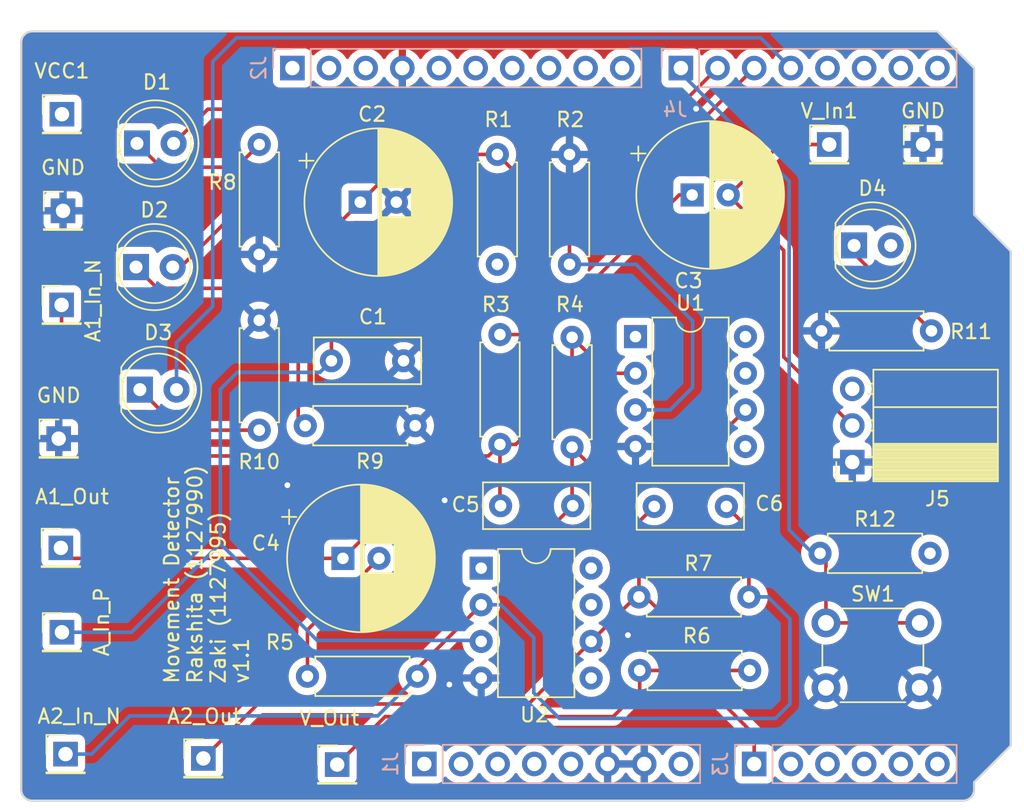
<source format=kicad_pcb>
(kicad_pcb (version 20240108) (generator "pcbnew") (generator_version "8.0")
  (title_block (title "Movement Detector") (date "2024-05-05") (rev "v1.1") (company "Hochschule Darmstadt"))
  (layers (0 "F.Cu" signal) (1 "In1.Cu" power "GND") (2 "In2.Cu" power "VCC") (31 "B.Cu" signal) (34 "B.Paste" user) (35 "F.Paste" user) (36 "B.SilkS" user "B.Silkscreen") (37 "F.SilkS" user "F.Silkscreen") (38 "B.Mask" user) (39 "F.Mask" user) (44 "Edge.Cuts" user))
  (net 0 "")
  (net 1 "GND")
  (net 3 "/IOREF")
  (net 4 "/A1")
  (net 5 "/A2")
  (net 6 "/A3")
  (net 7 "/SDA{slash}A4")
  (net 8 "/SCL{slash}A5")
  (net 9 "/13")
  (net 10 "/12")
  (net 11 "/AREF")
  (net 12 "/8")
  (net 13 "/*11")
  (net 14 "/*10")
  (net 15 "/*9")
  (net 16 "/2")
  (net 17 "/TX{slash}1")
  (net 18 "/RX{slash}0")
  (net 19 "VCC")
  (net 20 "/~{RESET}")
  (net 21 "Red")
  (net 22 "Orange")
  (net 23 "Green")
  (net 28 "Vout")
  (net 29 "Push Button")
  (net 31 "Net-(U1-+)")
  (net 32 "Vin")
  (net 33 "Net-(C3-Pad1)")
  (net 34 "Net-(C4-Pad2)")
  (net 35 "Net-(U1--)")
  (net 36 "Net-(A2_Out1-Pad1)")
  (net 37 "Net-(U2--)")
  (net 38 "Net-(D1-K)")
  (net 39 "Net-(D2-K)")
  (net 40 "Net-(D3-K)")
  (net 41 "Net-(D4-K)")
  (net 48 "Net-(A1_Out1-Pad1)")
  (footprint "Package_DIP:DIP-8_W7.62mm" (layer "F.Cu") (at 142.575 67.825)
    (property "Reference" "U1" (at 3.81 -2.33 0) (layer "F.SilkS"))
    (property "Value" "OPA340P")
    (pad "1" thru_hole rect (at 0 0) (size 1.6 1.6) (drill 0.8) (layers "*.Cu" "*.Mask"))
    (pad "2" thru_hole oval (at 0 2.54) (size 1.6 1.6) (drill 0.8) (layers "*.Cu" "*.Mask") (net 35 "Net-(U1--)"))
    (pad "3" thru_hole oval (at 0 5.08) (size 1.6 1.6) (drill 0.8) (layers "*.Cu" "*.Mask") (net 31 "Net-(U1-+)"))
    (pad "4" thru_hole oval (at 0 7.62) (size 1.6 1.6) (drill 0.8) (layers "*.Cu" "*.Mask") (net 1 "GND"))
    (pad "5" thru_hole oval (at 7.62 7.62) (size 1.6 1.6) (drill 0.8) (layers "*.Cu" "*.Mask"))
    (pad "6" thru_hole oval (at 7.62 5.08) (size 1.6 1.6) (drill 0.8) (layers "*.Cu" "*.Mask") (net 48 "Net-(A1_Out1-Pad1)"))
    (pad "7" thru_hole oval (at 7.62 2.54) (size 1.6 1.6) (drill 0.8) (layers "*.Cu" "*.Mask") (net 19 "VCC"))
    (pad "8" thru_hole oval (at 7.62 0) (size 1.6 1.6) (drill 0.8) (layers "*.Cu" "*.Mask"))
  )
  (footprint "Capacitor_THT:CP_Radial_D10.0mm_P2.50mm" (layer "F.Cu") (at 123.5 58.5)
    (property "Reference" "C2" (at 0.825 -6.1 0) (layer "F.SilkS"))
    (property "Value" "22u")
    (pad "1" thru_hole rect (at 0 0) (size 1.6 1.6) (drill 0.8) (layers "*.Cu" "*.Mask") (net 31 "Net-(U1-+)"))
    (pad "2" thru_hole circle (at 2.5 0) (size 1.6 1.6) (drill 0.8) (layers "*.Cu" "*.Mask") (net 1 "GND"))
  )
  (footprint "Connector_PinHeader_2.54mm:PinHeader_1x01_P2.54mm_Vertical" (layer "F.Cu") (at 102.825 52.4)
    (property "Reference" "VCC1" (at 0 -3 0) (layer "F.SilkS"))
    (property "Value" "VCC")
    (pad "1" thru_hole rect (at 0 0) (size 1.7 1.7) (drill 1) (layers "*.Cu" "*.Mask") (net 19 "VCC"))
  )
  (footprint "Resistor_THT:R_Axial_DIN0207_L6.3mm_D2.5mm_P7.62mm_Horizontal" (layer "F.Cu") (at 116.5 66.69 -90)
    (property "Reference" "R10" (at 9.81 0 180) (layer "F.SilkS"))
    (property "Value" "330")
    (pad "1" thru_hole circle (at 0 0 270) (size 1.6 1.6) (drill 0.8) (layers "*.Cu" "*.Mask") (net 1 "GND"))
    (pad "2" thru_hole oval (at 7.62 0 270) (size 1.6 1.6) (drill 0.8) (layers "*.Cu" "*.Mask") (net 40 "Net-(D3-K)"))
  )
  (footprint "LED_THT:LED_D5.0mm" (layer "F.Cu") (at 107.96 63)
    (property "Reference" "D2" (at 1.27 -3.96 0) (layer "F.SilkS"))
    (property "Value" "LED Orange")
    (pad "1" thru_hole rect (at 0 0) (size 1.8 1.8) (drill 0.9) (layers "*.Cu" "*.Mask") (net 39 "Net-(D2-K)"))
    (pad "2" thru_hole circle (at 2.54 0) (size 1.8 1.8) (drill 0.9) (layers "*.Cu" "*.Mask") (net 22 "Orange"))
  )
  (footprint "Resistor_THT:R_Axial_DIN0207_L6.3mm_D2.5mm_P7.62mm_Horizontal" (layer "F.Cu") (at 127.31 74 180)
    (property "Reference" "R9" (at 3.135 -2.475 180) (layer "F.SilkS"))
    (property "Value" "330")
    (pad "1" thru_hole circle (at 0 0 180) (size 1.6 1.6) (drill 0.8) (layers "*.Cu" "*.Mask") (net 1 "GND"))
    (pad "2" thru_hole oval (at 7.62 0 180) (size 1.6 1.6) (drill 0.8) (layers "*.Cu" "*.Mask") (net 39 "Net-(D2-K)"))
  )
  (footprint "LED_THT:LED_D5.0mm" (layer "F.Cu") (at 108.225 71.5)
    (property "Reference" "D3" (at 1.27 -3.96 0) (layer "F.SilkS"))
    (property "Value" "LED Green")
    (pad "1" thru_hole rect (at 0 0) (size 1.8 1.8) (drill 0.9) (layers "*.Cu" "*.Mask") (net 40 "Net-(D3-K)"))
    (pad "2" thru_hole circle (at 2.54 0) (size 1.8 1.8) (drill 0.9) (layers "*.Cu" "*.Mask") (net 23 "Green"))
  )
  (footprint "Connector_PinHeader_2.54mm:PinHeader_1x01_P2.54mm_Vertical" (layer "F.Cu") (at 102.825 88.325)
    (property "Reference" "A_In_P" (at 2.75 -0.725 270) (layer "F.SilkS"))
    (property "Value" "TP_A_in_P")
    (pad "1" thru_hole rect (at 0 0) (size 1.7 1.7) (drill 1) (layers "*.Cu" "*.Mask") (net 31 "Net-(U1-+)"))
  )
  (footprint "Connector_PinHeader_2.54mm:PinHeader_1x01_P2.54mm_Vertical" (layer "F.Cu") (at 102.8 65.625)
    (property "Reference" "A1_In_N" (at 2.175 -0.3 270) (layer "F.SilkS"))
    (property "Value" "TP_A_in1_N")
    (pad "1" thru_hole rect (at 0 0) (size 1.7 1.7) (drill 1) (layers "*.Cu" "*.Mask") (net 35 "Net-(U1--)"))
  )
  (footprint "Capacitor_THT:C_Rect_L7.2mm_W3.0mm_P5.00mm_FKS2_FKP2_MKS2_MKP2" (layer "F.Cu") (at 133.225 79.55)
    (property "Reference" "C5" (at -2.425 -0.075 0) (layer "F.SilkS"))
    (property "Value" "1.5n")
    (pad "1" thru_hole circle (at 0 0) (size 1.6 1.6) (drill 0.8) (layers "*.Cu" "*.Mask") (net 35 "Net-(U1--)"))
    (pad "2" thru_hole circle (at 5 0) (size 1.6 1.6) (drill 0.8) (layers "*.Cu" "*.Mask") (net 48 "Net-(A1_Out1-Pad1)"))
  )
  (footprint "Resistor_THT:R_Axial_DIN0207_L6.3mm_D2.5mm_P7.62mm_Horizontal" (layer "F.Cu") (at 133.18 67.68 -90)
    (property "Reference" "R3" (at -2.08 0.28 180) (layer "F.SilkS"))
    (property "Value" "2.2k")
    (pad "1" thru_hole circle (at 0 0 270) (size 1.6 1.6) (drill 0.8) (layers "*.Cu" "*.Mask") (net 33 "Net-(C3-Pad1)"))
    (pad "2" thru_hole oval (at 7.62 0 270) (size 1.6 1.6) (drill 0.8) (layers "*.Cu" "*.Mask") (net 35 "Net-(U1--)"))
  )
  (footprint "Resistor_THT:R_Axial_DIN0207_L6.3mm_D2.5mm_P7.62mm_Horizontal" (layer "F.Cu") (at 133 62.81 90)
    (property "Reference" "R1" (at 10.035 0.075 0) (layer "F.SilkS"))
    (property "Value" "1k")
    (pad "1" thru_hole circle (at 0 0 90) (size 1.6 1.6) (drill 0.8) (layers "*.Cu" "*.Mask") (net 19 "VCC"))
    (pad "2" thru_hole oval (at 7.62 0 90) (size 1.6 1.6) (drill 0.8) (layers "*.Cu" "*.Mask") (net 31 "Net-(U1-+)"))
  )
  (footprint "Package_DIP:DIP-8_W7.62mm" (layer "F.Cu") (at 131.88 83.88)
    (property "Reference" "U2" (at 3.695 10.17 0) (layer "F.SilkS"))
    (property "Value" "OPA340P")
    (pad "1" thru_hole rect (at 0 0) (size 1.6 1.6) (drill 0.8) (layers "*.Cu" "*.Mask"))
    (pad "2" thru_hole oval (at 0 2.54) (size 1.6 1.6) (drill 0.8) (layers "*.Cu" "*.Mask") (net 37 "Net-(U2--)"))
    (pad "3" thru_hole oval (at 0 5.08) (size 1.6 1.6) (drill 0.8) (layers "*.Cu" "*.Mask") (net 31 "Net-(U1-+)"))
    (pad "4" thru_hole oval (at 0 7.62) (size 1.6 1.6) (drill 0.8) (layers "*.Cu" "*.Mask") (net 1 "GND"))
    (pad "5" thru_hole oval (at 7.62 7.62) (size 1.6 1.6) (drill 0.8) (layers "*.Cu" "*.Mask"))
    (pad "6" thru_hole oval (at 7.62 5.08) (size 1.6 1.6) (drill 0.8) (layers "*.Cu" "*.Mask") (net 36 "Net-(A2_Out1-Pad1)"))
    (pad "7" thru_hole oval (at 7.62 2.54) (size 1.6 1.6) (drill 0.8) (layers "*.Cu" "*.Mask") (net 19 "VCC"))
    (pad "8" thru_hole oval (at 7.62 0) (size 1.6 1.6) (drill 0.8) (layers "*.Cu" "*.Mask"))
  )
  (footprint "Connector_PinHeader_2.54mm:PinHeader_1x01_P2.54mm_Vertical" (layer "F.Cu") (at 156 54.5)
    (property "Reference" "V_In1" (at 0 -2.33 0) (layer "F.SilkS"))
    (property "Value" "TP_Vin")
    (pad "1" thru_hole rect (at 0 0) (size 1.7 1.7) (drill 1) (layers "*.Cu" "*.Mask") (net 32 "Vin"))
  )
  (footprint "Connector_PinHeader_2.54mm:PinHeader_1x01_P2.54mm_Vertical" (layer "F.Cu") (at 102.6 74.9)
    (property "Reference" "GND" (at 0 -3 0) (layer "F.SilkS"))
    (property "Value" "TP_GND")
    (pad "1" thru_hole rect (at 0 0) (size 1.7 1.7) (drill 1) (layers "*.Cu" "*.Mask") (net 1 "GND"))
  )
  (footprint "Connector_PinHeader_2.54mm:PinHeader_1x01_P2.54mm_Vertical" (layer "F.Cu") (at 162.5 54.5)
    (property "Reference" "GND" (at 0 -2.33 0) (layer "F.SilkS"))
    (property "Value" "TP_GND")
    (pad "1" thru_hole rect (at 0 0) (size 1.7 1.7) (drill 1) (layers "*.Cu" "*.Mask") (net 1 "GND"))
  )
  (footprint "Connector_PinHeader_2.54mm:PinHeader_1x01_P2.54mm_Vertical" (layer "F.Cu") (at 121.9 97.5)
    (property "Reference" "V_Out" (at -0.55 -3.225 0) (layer "F.SilkS"))
    (property "Value" "TP_Vout")
    (pad "1" thru_hole rect (at 0 0) (size 1.7 1.7) (drill 1) (layers "*.Cu" "*.Mask") (net 28 "Vout"))
  )
  (footprint "Resistor_THT:R_Axial_DIN0207_L6.3mm_D2.5mm_P7.62mm_Horizontal" (layer "F.Cu") (at 119.84 91.375)
    (property "Reference" "R5" (at -1.915 -2.35 0) (layer "F.SilkS"))
    (property "Value" "33.3k")
    (pad "1" thru_hole circle (at 0 0) (size 1.6 1.6) (drill 0.8) (layers "*.Cu" "*.Mask") (net 34 "Net-(C4-Pad2)"))
    (pad "2" thru_hole oval (at 7.62 0) (size 1.6 1.6) (drill 0.8) (layers "*.Cu" "*.Mask") (net 37 "Net-(U2--)"))
  )
  (footprint "Connector_PinHeader_2.54mm:PinHeader_1x01_P2.54mm_Vertical" (layer "F.Cu") (at 112.625 97.075)
    (property "Reference" "A2_Out" (at 0.05 -2.925 0) (layer "F.SilkS"))
    (property "Value" "TP_Vout2")
    (pad "1" thru_hole rect (at 0 0) (size 1.7 1.7) (drill 1) (layers "*.Cu" "*.Mask") (net 36 "Net-(A2_Out1-Pad1)"))
  )
  (footprint "LED_THT:LED_D5.0mm" (layer "F.Cu") (at 108.025 54.425)
    (property "Reference" "D1" (at 1.375 -4.25 180) (layer "F.SilkS"))
    (property "Value" "LED Red")
    (pad "1" thru_hole rect (at 0 0) (size 1.8 1.8) (drill 0.9) (layers "*.Cu" "*.Mask") (net 38 "Net-(D1-K)"))
    (pad "2" thru_hole circle (at 2.54 0) (size 1.8 1.8) (drill 0.9) (layers "*.Cu" "*.Mask") (net 21 "Red"))
  )
  (footprint "Button_Switch_THT:SW_PUSH_6mm" (layer "F.Cu") (at 155.775 87.675)
    (property "Reference" "SW1" (at 3.25 -2 0) (layer "F.SilkS"))
    (property "Value" "SW_SPST")
    (pad "1" thru_hole circle (at 0 0 90) (size 2 2) (drill 1.1) (layers "*.Cu" "*.Mask") (net 29 "Push Button"))
    (pad "1" thru_hole circle (at 6.5 0 90) (size 2 2) (drill 1.1) (layers "*.Cu" "*.Mask") (net 29 "Push Button"))
    (pad "2" thru_hole circle (at 0 4.5 90) (size 2 2) (drill 1.1) (layers "*.Cu" "*.Mask") (net 1 "GND"))
    (pad "2" thru_hole circle (at 6.5 4.5 90) (size 2 2) (drill 1.1) (layers "*.Cu" "*.Mask") (net 1 "GND"))
  )
  (footprint "Capacitor_THT:C_Rect_L7.2mm_W3.0mm_P5.00mm_FKS2_FKP2_MKS2_MKP2" (layer "F.Cu") (at 121.5 69.5)
    (property "Reference" "C1" (at 2.875 -3.05 0) (layer "F.SilkS"))
    (property "Value" "100n")
    (pad "1" thru_hole circle (at 0 0) (size 1.6 1.6) (drill 0.8) (layers "*.Cu" "*.Mask") (net 31 "Net-(U1-+)"))
    (pad "2" thru_hole circle (at 5 0) (size 1.6 1.6) (drill 0.8) (layers "*.Cu" "*.Mask") (net 1 "GND"))
  )
  (footprint "Connector_PinHeader_2.54mm:PinHeader_1x01_P2.54mm_Vertical" (layer "F.Cu") (at 102.75 82.475)
    (property "Reference" "A1_Out" (at 0.775 -3.55 0) (layer "F.SilkS"))
    (property "Value" "TP_Vout1")
    (pad "1" thru_hole rect (at 0 0) (size 1.7 1.7) (drill 1) (layers "*.Cu" "*.Mask") (net 48 "Net-(A1_Out1-Pad1)"))
  )
  (footprint "Resistor_THT:R_Axial_DIN0207_L6.3mm_D2.5mm_P7.62mm_Horizontal" (layer "F.Cu") (at 150.435 85.875 180)
    (property "Reference" "R7" (at 3.51 2.325 180) (layer "F.SilkS"))
    (property "Value" "100k")
    (pad "1" thru_hole circle (at 0 0 180) (size 1.6 1.6) (drill 0.8) (layers "*.Cu" "*.Mask") (net 37 "Net-(U2--)"))
    (pad "2" thru_hole oval (at 7.62 0 180) (size 1.6 1.6) (drill 0.8) (layers "*.Cu" "*.Mask") (net 36 "Net-(A2_Out1-Pad1)"))
  )
  (footprint "Resistor_THT:R_Axial_DIN0207_L6.3mm_D2.5mm_P7.62mm_Horizontal" (layer "F.Cu") (at 163.085 67.425 180)
    (property "Reference" "R11" (at -2.74 -0.05 180) (layer "F.SilkS"))
    (property "Value" "330")
    (pad "1" thru_hole circle (at 0 0 180) (size 1.6 1.6) (drill 0.8) (layers "*.Cu" "*.Mask") (net 41 "Net-(D4-K)"))
    (pad "2" thru_hole oval (at 7.62 0 180) (size 1.6 1.6) (drill 0.8) (layers "*.Cu" "*.Mask") (net 1 "GND"))
  )
  (footprint "Resistor_THT:R_Axial_DIN0207_L6.3mm_D2.5mm_P7.62mm_Horizontal" (layer "F.Cu") (at 138.18 67.87 -90)
    (property "Reference" "R4" (at -2.27 0.155 180) (layer "F.SilkS"))
    (property "Value" "220k")
    (pad "1" thru_hole circle (at 0 0 270) (size 1.6 1.6) (drill 0.8) (layers "*.Cu" "*.Mask") (net 35 "Net-(U1--)"))
    (pad "2" thru_hole oval (at 7.62 0 270) (size 1.6 1.6) (drill 0.8) (layers "*.Cu" "*.Mask") (net 48 "Net-(A1_Out1-Pad1)"))
  )
  (footprint "Resistor_THT:R_Axial_DIN0207_L6.3mm_D2.5mm_P7.62mm_Horizontal" (layer "F.Cu") (at 150.485 90.975 180)
    (property "Reference" "R6" (at 3.66 2.4 180) (layer "F.SilkS"))
    (property "Value" "100")
    (pad "1" thru_hole circle (at 0 0 180) (size 1.6 1.6) (drill 0.8) (layers "*.Cu" "*.Mask") (net 36 "Net-(A2_Out1-Pad1)"))
    (pad "2" thru_hole oval (at 7.62 0 180) (size 1.6 1.6) (drill 0.8) (layers "*.Cu" "*.Mask") (net 28 "Vout"))
  )
  (footprint "Resistor_THT:R_Axial_DIN0207_L6.3mm_D2.5mm_P7.62mm_Horizontal" (layer "F.Cu") (at 138 62.81 90)
    (property "Reference" "R2" (at 10.035 0.05 0) (layer "F.SilkS"))
    (property "Value" "1k")
    (pad "1" thru_hole circle (at 0 0 90) (size 1.6 1.6) (drill 0.8) (layers "*.Cu" "*.Mask") (net 31 "Net-(U1-+)"))
    (pad "2" thru_hole oval (at 7.62 0 90) (size 1.6 1.6) (drill 0.8) (layers "*.Cu" "*.Mask") (net 1 "GND"))
  )
  (footprint "Connector_PinHeader_2.54mm:PinHeader_1x01_P2.54mm_Vertical" (layer "F.Cu") (at 102.9 59.1)
    (property "Reference" "GND" (at 0 -3 0) (layer "F.SilkS"))
    (property "Value" "GND")
    (pad "1" thru_hole rect (at 0 0) (size 1.7 1.7) (drill 1) (layers "*.Cu" "*.Mask") (net 1 "GND"))
  )
  (footprint "Capacitor_THT:CP_Radial_D10.0mm_P2.50mm" (layer "F.Cu") (at 146.5 58)
    (property "Reference" "C3" (at -0.25 5.95 0) (layer "F.SilkS"))
    (property "Value" "4.7u")
    (pad "1" thru_hole rect (at 0 0) (size 1.6 1.6) (drill 0.8) (layers "*.Cu" "*.Mask") (net 33 "Net-(C3-Pad1)"))
    (pad "2" thru_hole circle (at 2.5 0) (size 1.6 1.6) (drill 0.8) (layers "*.Cu" "*.Mask") (net 32 "Vin"))
  )
  (footprint "LED_THT:LED_D5.0mm" (layer "F.Cu") (at 157.725 61.5)
    (property "Reference" "D4" (at 1.27 -3.96 0) (layer "F.SilkS"))
    (property "Value" "Power LED")
    (pad "1" thru_hole rect (at 0 0) (size 1.8 1.8) (drill 0.9) (layers "*.Cu" "*.Mask") (net 41 "Net-(D4-K)"))
    (pad "2" thru_hole circle (at 2.54 0) (size 1.8 1.8) (drill 0.9) (layers "*.Cu" "*.Mask") (net 19 "VCC"))
  )
  (footprint "Resistor_THT:R_Axial_DIN0207_L6.3mm_D2.5mm_P7.62mm_Horizontal" (layer "F.Cu") (at 155.365 82.85)
    (property "Reference" "R12" (at 3.81 -2.37 0) (layer "F.SilkS"))
    (property "Value" "10k")
    (pad "1" thru_hole circle (at 0 0) (size 1.6 1.6) (drill 0.8) (layers "*.Cu" "*.Mask") (net 29 "Push Button"))
    (pad "2" thru_hole oval (at 7.62 0) (size 1.6 1.6) (drill 0.8) (layers "*.Cu" "*.Mask") (net 19 "VCC"))
  )
  (footprint "Connector_PinHeader_2.54mm:PinHeader_1x01_P2.54mm_Vertical" (layer "F.Cu") (at 103.075 96.775)
    (property "Reference" "A2_In_N" (at 0.95 -2.625 0) (layer "F.SilkS"))
    (property "Value" "TP_A_in2_N")
    (pad "1" thru_hole rect (at 0 0) (size 1.7 1.7) (drill 1) (layers "*.Cu" "*.Mask") (net 37 "Net-(U2--)"))
  )
  (footprint "Resistor_THT:R_Axial_DIN0207_L6.3mm_D2.5mm_P7.62mm_Horizontal" (layer "F.Cu") (at 116.5 54.5 -90)
    (property "Reference" "R8" (at 2.625 2.55 180) (layer "F.SilkS"))
    (property "Value" "330")
    (pad "1" thru_hole circle (at 0 0 270) (size 1.6 1.6) (drill 0.8) (layers "*.Cu" "*.Mask") (net 38 "Net-(D1-K)"))
    (pad "2" thru_hole oval (at 7.62 0 270) (size 1.6 1.6) (drill 0.8) (layers "*.Cu" "*.Mask") (net 1 "GND"))
  )
  (footprint "Capacitor_THT:C_Rect_L7.2mm_W3.0mm_P5.00mm_FKS2_FKP2_MKS2_MKP2" (layer "F.Cu") (at 148.875 79.6 180)
    (property "Reference" "C6" (at -2.975 0.2 180) (layer "F.SilkS"))
    (property "Value" "3.3n")
    (pad "1" thru_hole circle (at 0 0 180) (size 1.6 1.6) (drill 0.8) (layers "*.Cu" "*.Mask") (net 37 "Net-(U2--)"))
    (pad "2" thru_hole circle (at 5 0 180) (size 1.6 1.6) (drill 0.8) (layers "*.Cu" "*.Mask") (net 36 "Net-(A2_Out1-Pad1)"))
  )
  (footprint "Capacitor_THT:CP_Radial_D10.0mm_P2.50mm" (layer "F.Cu") (at 122.3 83.2)
    (property "Reference" "C4" (at -5.35 -1.05 0) (layer "F.SilkS"))
    (property "Value" "4.7u")
    (pad "1" thru_hole rect (at 0 0) (size 1.6 1.6) (drill 0.8) (layers "*.Cu" "*.Mask") (net 48 "Net-(A1_Out1-Pad1)"))
    (pad "2" thru_hole circle (at 2.5 0) (size 1.6 1.6) (drill 0.8) (layers "*.Cu" "*.Mask") (net 34 "Net-(C4-Pad2)"))
  )
  (footprint "Connector_PinSocket_2.54mm:PinSocket_1x03_P2.54mm_Horizontal" (layer "F.Cu") (at 157.6 76.525 180)
    (property "Reference" "J5" (at -5.9 -2.55 180) (layer "F.SilkS"))
    (property "Value" "Conn_01x03_Socket")
    (pad "1" thru_hole rect (at 0 0 180) (size 1.7 1.7) (drill 1) (layers "*.Cu" "*.Mask") (net 1 "GND"))
    (pad "2" thru_hole oval (at 0 2.54 180) (size 1.7 1.7) (drill 1) (layers "*.Cu" "*.Mask") (net 32 "Vin"))
    (pad "3" thru_hole oval (at 0 5.08 180) (size 1.7 1.7) (drill 1) (layers "*.Cu" "*.Mask") (net 19 "VCC"))
  )
  (footprint "Connector_PinHeader_2.54mm:PinHeader_1x08_P2.54mm_Vertical" (layer "B.Cu") (at 127.94 97.46 -90)
    (property "Reference" "J1" (at 0 2.33 90) (layer "B.SilkS") (effects (justify mirror)))
    (property "Value" "Power")
    (pad "1" thru_hole rect (at 0 0 270) (size 1.7 1.7) (drill 1) (layers "*.Cu" "*.Mask"))
    (pad "2" thru_hole oval (at 0 -2.54 270) (size 1.7 1.7) (drill 1) (layers "*.Cu" "*.Mask") (net 3 "/IOREF"))
    (pad "3" thru_hole oval (at 0 -5.08 270) (size 1.7 1.7) (drill 1) (layers "*.Cu" "*.Mask") (net 20 "/~{RESET}"))
    (pad "4" thru_hole oval (at 0 -7.62 270) (size 1.7 1.7) (drill 1) (layers "*.Cu" "*.Mask"))
    (pad "5" thru_hole oval (at 0 -10.16 270) (size 1.7 1.7) (drill 1) (layers "*.Cu" "*.Mask") (net 19 "VCC"))
    (pad "6" thru_hole oval (at 0 -12.7 270) (size 1.7 1.7) (drill 1) (layers "*.Cu" "*.Mask") (net 1 "GND"))
    (pad "7" thru_hole oval (at 0 -15.24 270) (size 1.7 1.7) (drill 1) (layers "*.Cu" "*.Mask") (net 1 "GND"))
    (pad "8" thru_hole oval (at 0 -17.78 270) (size 1.7 1.7) (drill 1) (layers "*.Cu" "*.Mask"))
  )
  (footprint "Connector_PinHeader_2.54mm:PinHeader_1x06_P2.54mm_Vertical" (layer "B.Cu") (at 150.8 97.46 -90)
    (property "Reference" "J3" (at 0 2.33 90) (layer "B.SilkS") (effects (justify mirror)))
    (property "Value" "Analog")
    (pad "1" thru_hole rect (at 0 0 270) (size 1.7 1.7) (drill 1) (layers "*.Cu" "*.Mask") (net 28 "Vout"))
    (pad "2" thru_hole oval (at 0 -2.54 270) (size 1.7 1.7) (drill 1) (layers "*.Cu" "*.Mask") (net 4 "/A1"))
    (pad "3" thru_hole oval (at 0 -5.08 270) (size 1.7 1.7) (drill 1) (layers "*.Cu" "*.Mask") (net 5 "/A2"))
    (pad "4" thru_hole oval (at 0 -7.62 270) (size 1.7 1.7) (drill 1) (layers "*.Cu" "*.Mask") (net 6 "/A3"))
    (pad "5" thru_hole oval (at 0 -10.16 270) (size 1.7 1.7) (drill 1) (layers "*.Cu" "*.Mask") (net 7 "/SDA{slash}A4"))
    (pad "6" thru_hole oval (at 0 -12.7 270) (size 1.7 1.7) (drill 1) (layers "*.Cu" "*.Mask") (net 8 "/SCL{slash}A5"))
  )
  (footprint "Connector_PinHeader_2.54mm:PinHeader_1x10_P2.54mm_Vertical" (layer "B.Cu") (at 118.796 49.2 -90)
    (property "Reference" "J2" (at 0 2.33 90) (layer "B.SilkS") (effects (justify mirror)))
    (property "Value" "Digital/PWM")
    (pad "1" thru_hole rect (at 0 0 270) (size 1.7 1.7) (drill 1) (layers "*.Cu" "*.Mask"))
    (pad "2" thru_hole oval (at 0 -2.54 270) (size 1.7 1.7) (drill 1) (layers "*.Cu" "*.Mask"))
    (pad "3" thru_hole oval (at 0 -5.08 270) (size 1.7 1.7) (drill 1) (layers "*.Cu" "*.Mask") (net 11 "/AREF"))
    (pad "4" thru_hole oval (at 0 -7.62 270) (size 1.7 1.7) (drill 1) (layers "*.Cu" "*.Mask") (net 1 "GND"))
    (pad "5" thru_hole oval (at 0 -10.16 270) (size 1.7 1.7) (drill 1) (layers "*.Cu" "*.Mask") (net 9 "/13"))
    (pad "6" thru_hole oval (at 0 -12.7 270) (size 1.7 1.7) (drill 1) (layers "*.Cu" "*.Mask") (net 10 "/12"))
    (pad "7" thru_hole oval (at 0 -15.24 270) (size 1.7 1.7) (drill 1) (layers "*.Cu" "*.Mask") (net 13 "/*11"))
    (pad "8" thru_hole oval (at 0 -17.78 270) (size 1.7 1.7) (drill 1) (layers "*.Cu" "*.Mask") (net 14 "/*10"))
    (pad "9" thru_hole oval (at 0 -20.32 270) (size 1.7 1.7) (drill 1) (layers "*.Cu" "*.Mask") (net 15 "/*9"))
    (pad "10" thru_hole oval (at 0 -22.86 270) (size 1.7 1.7) (drill 1) (layers "*.Cu" "*.Mask") (net 12 "/8"))
  )
  (footprint "Connector_PinHeader_2.54mm:PinHeader_1x08_P2.54mm_Vertical" (layer "B.Cu") (at 145.72 49.2 -90)
    (property "Reference" "J4" (at 2.875 0.395 0) (layer "B.SilkS") (effects (justify mirror)))
    (property "Value" "Digital/PWM")
    (pad "1" thru_hole rect (at 0 0 270) (size 1.7 1.7) (drill 1) (layers "*.Cu" "*.Mask") (net 29 "Push Button"))
    (pad "2" thru_hole oval (at 0 -2.54 270) (size 1.7 1.7) (drill 1) (layers "*.Cu" "*.Mask") (net 21 "Red"))
    (pad "3" thru_hole oval (at 0 -5.08 270) (size 1.7 1.7) (drill 1) (layers "*.Cu" "*.Mask") (net 22 "Orange"))
    (pad "4" thru_hole oval (at 0 -7.62 270) (size 1.7 1.7) (drill 1) (layers "*.Cu" "*.Mask") (net 23 "Green"))
    (pad "5" thru_hole oval (at 0 -10.16 270) (size 1.7 1.7) (drill 1) (layers "*.Cu" "*.Mask"))
    (pad "6" thru_hole oval (at 0 -12.7 270) (size 1.7 1.7) (drill 1) (layers "*.Cu" "*.Mask") (net 16 "/2"))
    (pad "7" thru_hole oval (at 0 -15.24 270) (size 1.7 1.7) (drill 1) (layers "*.Cu" "*.Mask") (net 17 "/TX{slash}1"))
    (pad "8" thru_hole oval (at 0 -17.78 270) (size 1.7 1.7) (drill 1) (layers "*.Cu" "*.Mask") (net 18 "/RX{slash}0"))
  )
  (gr_line (start 166.04 59.36) (end 168.58 61.9) (stroke (width 0.15)) (layer "Edge.Cuts"))
  (gr_line (start 100 99.238) (end 100 47.422) (stroke (width 0.15)) (layer "Edge.Cuts"))
  (gr_line (start 168.58 61.9) (end 168.58 96.19) (stroke (width 0.15)) (layer "Edge.Cuts"))
  (gr_line (start 165.278 100) (end 100.762 100) (stroke (width 0.15)) (layer "Edge.Cuts"))
  (gr_line (start 100.762 46.66) (end 163.5 46.66) (stroke (width 0.15)) (layer "Edge.Cuts"))
  (gr_arc (start 100.762 100) (mid 100.223185 99.776815) (end 100 99.238) (stroke (width 0.15)) (layer "Edge.Cuts"))
  (gr_line (start 168.58 96.19) (end 166.04 98.73) (stroke (width 0.15)) (layer "Edge.Cuts"))
  (gr_line (start 163.5 46.66) (end 166.04 49.2) (stroke (width 0.15)) (layer "Edge.Cuts"))
  (gr_arc (start 166.04 99.238) (mid 165.816815 99.776815) (end 165.278 100) (stroke (width 0.15)) (layer "Edge.Cuts"))
  (gr_line (start 166.04 49.2) (end 166.04 59.36) (stroke (width 0.15)) (layer "Edge.Cuts"))
  (gr_line (start 166.04 98.73) (end 166.04 99.238) (stroke (width 0.15)) (layer "Edge.Cuts"))
  (gr_arc (start 100 47.422) (mid 100.223185 46.883185) (end 100.762 46.66) (stroke (width 0.15)) (layer "Edge.Cuts"))
  (gr_text "Movement Detector\nRakshita (1127990)\nZaki (1127995)\n${REVISION}" (at 115.85 91.975 90) (layer "F.SilkS") (effects (font (size 1 1)) (justify left bottom)))
  (via (at 146.775 52.025) (size 0.6) (drill 0.4) (layers "F.Cu" "B.Cu") (net 1))
  (via (at 118.45 78.125) (size 0.6) (drill 0.4) (layers "F.Cu" "B.Cu") (net 1))
  (via (at 129.35 79.175) (size 0.6) (drill 0.4) (layers "F.Cu" "B.Cu") (net 1))
  (via (at 142.05 88.525) (size 0.6) (drill 0.4) (layers "F.Cu" "B.Cu") (net 1))
  (via (at 129.675 91.95) (size 0.6) (drill 0.4) (layers "F.Cu" "B.Cu") (net 1))
  (segment (start 145.41 52.05) (end 112.94 52.05) (width 0.25) (layer "F.Cu") (net 21))
  (segment (start 145.41 52.05) (end 148.26 49.2) (width 0.25) (layer "F.Cu") (net 21))
  (segment (start 112.94 52.05) (end 110.565 54.425) (width 0.25) (layer "F.Cu") (net 21))
  (segment (start 121.35 52.7) (end 147.3 52.7) (width 0.25) (layer "F.Cu") (net 22))
  (segment (start 111.05 63) (end 121.35 52.7) (width 0.25) (layer "F.Cu") (net 22))
  (segment (start 110.5 63) (end 111.05 63) (width 0.25) (layer "F.Cu") (net 22))
  (segment (start 147.3 52.7) (end 150.8 49.2) (width 0.25) (layer "F.Cu") (net 22))
  (segment (start 110.765 71.5) (end 110.765 68.235) (width 0.25) (layer "B.Cu") (net 23))
  (segment (start 151.24 47.1) (end 153.34 49.2) (width 0.25) (layer "B.Cu") (net 23))
  (segment (start 113.275 48.75) (end 114.925 47.1) (width 0.25) (layer "B.Cu") (net 23))
  (segment (start 114.925 47.1) (end 151.24 47.1) (width 0.25) (layer "B.Cu") (net 23))
  (segment (start 110.765 68.235) (end 113.275 65.725) (width 0.25) (layer "B.Cu") (net 23))
  (segment (start 113.275 65.725) (end 113.275 48.75) (width 0.25) (layer "B.Cu") (net 23))
  (segment (start 142.865 92.34) (end 142.865 90.975) (width 0.25) (layer "F.Cu") (net 28))
  (segment (start 150.8 95.425) (end 146.35 90.975) (width 0.25) (layer "F.Cu") (net 28))
  (segment (start 150.8 97.46) (end 150.8 95.425) (width 0.25) (layer "F.Cu") (net 28))
  (segment (start 146.35 90.975) (end 142.865 90.975) (width 0.25) (layer "F.Cu") (net 28))
  (segment (start 125.225 94.175) (end 121.9 97.5) (width 0.25) (layer "F.Cu") (net 28))
  (segment (start 141.03 94.175) (end 142.865 92.34) (width 0.25) (layer "F.Cu") (net 28))
  (segment (start 150.8 97.46) (end 150.435 97.46) (width 0.25) (layer "F.Cu") (net 28))
  (segment (start 141.03 94.175) (end 125.225 94.175) (width 0.25) (layer "F.Cu") (net 28))
  (segment (start 155.775 83.26) (end 155.365 82.85) (width 0.25) (layer "F.Cu") (net 29))
  (segment (start 155.775 87.675) (end 155.775 83.26) (width 0.25) (layer "F.Cu") (net 29))
  (segment (start 155.775 87.675) (end 162.275 87.675) (width 0.25) (layer "F.Cu") (net 29))
  (segment (start 155.775 83.46) (end 155.215 82.9) (width 0.25) (layer "F.Cu") (net 29))
  (segment (start 154.9 82.9) (end 153.225 81.225) (width 0.25) (layer "B.Cu") (net 29))
  (segment (start 153.225 57.05) (end 145.72 49.545) (width 0.25) (layer "B.Cu") (net 29))
  (segment (start 145.72 49.545) (end 145.72 49.2) (width 0.25) (layer "B.Cu") (net 29))
  (segment (start 153.225 81.225) (end 153.225 57.05) (width 0.25) (layer "B.Cu") (net 29))
  (segment (start 155.215 82.9) (end 154.9 82.9) (width 0.25) (layer "B.Cu") (net 29))
  (segment (start 126.81 55.19) (end 133 55.19) (width 0.25) (layer "F.Cu") (net 31))
  (segment (start 138 60.19) (end 133 55.19) (width 0.25) (layer "F.Cu") (net 31))
  (segment (start 123.5 58.5) (end 126.81 55.19) (width 0.25) (layer "F.Cu") (net 31))
  (segment (start 121.5 60.5) (end 123.5 58.5) (width 0.25) (layer "F.Cu") (net 31))
  (segment (start 121.5 69.5) (end 121.5 60.5) (width 0.25) (layer "F.Cu") (net 31))
  (segment (start 138 62.81) (end 138 60.19) (width 0.25) (layer "F.Cu") (net 31))
  (segment (start 142.61 62.81) (end 138 62.81) (width 0.25) (layer "B.Cu") (net 31))
  (segment (start 144.97 72.905) (end 146.535 71.34) (width 0.25) (layer "B.Cu") (net 31))
  (segment (start 146.535 71.34) (end 146.535 66.735) (width 0.25) (layer "B.Cu") (net 31))
  (segment (start 131.81 88.89) (end 120.515 88.89) (width 0.25) (layer "B.Cu") (net 31))
  (segment (start 107.65 88.325) (end 102.825 88.325) (width 0.25) (layer "B.Cu") (net 31))
  (segment (start 142.575 72.905) (end 144.97 72.905) (width 0.25) (layer "B.Cu") (net 31))
  (segment (start 120.515 88.89) (end 113.8 82.175) (width 0.25) (layer "B.Cu") (net 31))
  (segment (start 113.8 82.175) (end 107.65 88.325) (width 0.25) (layer "B.Cu") (net 31))
  (segment (start 131.88 88.96) (end 131.72 88.8) (width 0.25) (layer "B.Cu") (net 31))
  (segment (start 114.975 70.3) (end 120.7 70.3) (width 0.25) (layer "B.Cu") (net 31))
  (segment (start 131.88 88.96) (end 131.81 88.89) (width 0.25) (layer "B.Cu") (net 31))
  (segment (start 120.7 70.3) (end 121.5 69.5) (width 0.25) (layer "B.Cu") (net 31))
  (segment (start 113.8 82.175) (end 113.8 71.475) (width 0.25) (layer "B.Cu") (net 31))
  (segment (start 113.8 71.475) (end 114.975 70.3) (width 0.25) (layer "B.Cu") (net 31))
  (segment (start 146.535 66.735) (end 142.61 62.81) (width 0.25) (layer "B.Cu") (net 31))
  (segment (start 149 58) (end 149.075 58) (width 0.25) (layer "F.Cu") (net 32))
  (segment (start 149 58) (end 152.85 61.85) (width 0.25) (layer "F.Cu") (net 32))
  (segment (start 152.85 69.235) (end 157.6 73.985) (width 0.25) (layer "F.Cu") (net 32))
  (segment (start 152.575 54.5) (end 156 54.5) (width 0.25) (layer "F.Cu") (net 32))
  (segment (start 152.85 61.85) (end 152.85 69.235) (width 0.25) (layer "F.Cu") (net 32))
  (segment (start 149.075 58) (end 152.575 54.5) (width 0.25) (layer "F.Cu") (net 32))
  (segment (start 135.92 67.68) (end 145.6 58) (width 0.25) (layer "F.Cu") (net 33))
  (segment (start 133.18 67.68) (end 135.92 67.68) (width 0.25) (layer "F.Cu") (net 33))
  (segment (start 145.6 58) (end 146.5 58) (width 0.25) (layer "F.Cu") (net 33))
  (segment (start 119.84 91.375) (end 119.84 88.16) (width 0.25) (layer "F.Cu") (net 34))
  (segment (start 119.84 88.16) (end 124.8 83.2) (width 0.25) (layer "F.Cu") (net 34))
  (segment (start 138.18 67.87) (end 138.18 71.395) (width 0.25) (layer "F.Cu") (net 35))
  (segment (start 134.275 75.3) (end 133.18 75.3) (width 0.25) (layer "F.Cu") (net 35))
  (segment (start 102.8 71.35) (end 102.8 65.625) (width 0.25) (layer "F.Cu") (net 35))
  (segment (start 138.18 71.395) (end 134.275 75.3) (width 0.25) (layer "F.Cu") (net 35))
  (segment (start 132.380001 76.099999) (end 107.549999 76.099999) (width 0.25) (layer "F.Cu") (net 35))
  (segment (start 142.575 70.365) (end 140.675 70.365) (width 0.25) (layer "F.Cu") (net 35))
  (segment (start 107.549999 76.099999) (end 102.8 71.35) (width 0.25) (layer "F.Cu") (net 35))
  (segment (start 133.18 75.3) (end 132.380001 76.099999) (width 0.25) (layer "F.Cu") (net 35))
  (segment (start 140.675 70.365) (end 138.18 67.87) (width 0.25) (layer "F.Cu") (net 35))
  (segment (start 133.18 75.3) (end 133.18 80) (width 0.25) (layer "F.Cu") (net 35))
  (segment (start 143.275 85.875) (end 142.815 85.875) (width 0.25) (layer "F.Cu") (net 36))
  (segment (start 142.585 85.875) (end 142.815 85.875) (width 0.25) (layer "F.Cu") (net 36))
  (segment (start 135.16 93.3) (end 116.4 93.3) (width 0.25) (layer "F.Cu") (net 36))
  (segment (start 139.5 88.96) (end 142.585 85.875) (width 0.25) (layer "F.Cu") (net 36))
  (segment (start 116.4 93.3) (end 112.625 97.075) (width 0.25) (layer "F.Cu") (net 36))
  (segment (start 142.815 85.875) (end 142.815 80.66) (width 0.25) (layer "F.Cu") (net 36))
  (segment (start 139.5 88.96) (end 135.16 93.3) (width 0.25) (layer "F.Cu") (net 36))
  (segment (start 139.5 88.96) (end 140.115 89.575) (width 0.25) (layer "F.Cu") (net 36))
  (segment (start 150.485 90.975) (end 148.375 90.975) (width 0.25) (layer "F.Cu") (net 36))
  (segment (start 148.375 90.975) (end 143.275 85.875) (width 0.25) (layer "F.Cu") (net 36))
  (segment (start 142.815 80.66) (end 143.875 79.6) (width 0.25) (layer "F.Cu") (net 36))
  (segment (start 131.88 86.42) (end 127.46 90.84) (width 0.25) (layer "F.Cu") (net 37))
  (segment (start 150.435 85.875) (end 150.435 81.16) (width 0.25) (layer "F.Cu") (net 37))
  (segment (start 127.46 90.84) (end 127.46 91.375) (width 0.25) (layer "F.Cu") (net 37))
  (segment (start 150.435 81.16) (end 148.875 79.6) (width 0.25) (layer "F.Cu") (net 37))
  (segment (start 124.71 94.125) (end 107.525 94.125) (width 0.25) (layer "B.Cu") (net 37))
  (segment (start 152.275 94.3) (end 153.275 93.3) (width 0.25) (layer "B.Cu") (net 37))
  (segment (start 153.275 93.3) (end 153.275 87.4) (width 0.25) (layer "B.Cu") (net 37))
  (segment (start 135.525 88.7) (end 135.525 92.525) (width 0.25) (layer "B.Cu") (net 37))
  (segment (start 131.88 86.42) (end 133.245 86.42) (width 0.25) (layer "B.Cu") (net 37))
  (segment (start 135.525 92.525) (end 137.3 94.3) (width 0.25) (layer "B.Cu") (net 37))
  (segment (start 127.46 91.375) (end 124.71 94.125) (width 0.25) (layer "B.Cu") (net 37))
  (segment (start 104.875 96.775) (end 103.075 96.775) (width 0.25) (layer "B.Cu") (net 37))
  (segment (start 151.75 85.875) (end 150.435 85.875) (width 0.25) (layer "B.Cu") (net 37))
  (segment (start 137.3 94.3) (end 152.275 94.3) (width 0.25) (layer "B.Cu") (net 37))
  (segment (start 127.46 90.84) (end 127.46 91.375) (width 0.25) (layer "B.Cu") (net 37))
  (segment (start 153.275 87.4) (end 151.75 85.875) (width 0.25) (layer "B.Cu") (net 37))
  (segment (start 107.525 94.125) (end 104.875 96.775) (width 0.25) (layer "B.Cu") (net 37))
  (segment (start 133.245 86.42) (end 135.525 88.7) (width 0.25) (layer "B.Cu") (net 37))
  (segment (start 114.925 56.075) (end 116.5 54.5) (width 0.25) (layer "F.Cu") (net 38))
  (segment (start 108.025 54.425) (end 109.675 56.075) (width 0.25) (layer "F.Cu") (net 38))
  (segment (start 109.675 56.075) (end 114.925 56.075) (width 0.25) (layer "F.Cu") (net 38))
  (segment (start 119.2 66.025) (end 119.2 73.51) (width 0.25) (layer "F.Cu") (net 39))
  (segment (start 107.96 63) (end 109.435 64.475) (width 0.25) (layer "F.Cu") (net 39))
  (segment (start 119.2 73.51) (end 119.69 74) (width 0.25) (layer "F.Cu") (net 39))
  (segment (start 117.65 64.475) (end 119.2 66.025) (width 0.25) (layer "F.Cu") (net 39))
  (segment (start 109.435 64.475) (end 117.65 64.475) (width 0.25) (layer "F.Cu") (net 39))
  (segment (start 108.225 71.5) (end 111.035 74.31) (width 0.25) (layer "F.Cu") (net 40))
  (segment (start 111.035 74.31) (end 116.5 74.31) (width 0.25) (layer "F.Cu") (net 40))
  (segment (start 157.725 62.065) (end 157.725 61.5) (width 0.25) (layer "F.Cu") (net 41))
  (segment (start 163.085 67.425) (end 157.725 62.065) (width 0.25) (layer "F.Cu") (net 41))
  (segment (start 145.675 77.425) (end 150.195 72.905) (width 0.25) (layer "F.Cu") (net 48))
  (segment (start 138.18 75.49) (end 140.115 77.425) (width 0.25) (layer "F.Cu") (net 48))
  (segment (start 138.18 80) (end 138.18 75.49) (width 0.25) (layer "F.Cu") (net 48))
  (segment (start 136.15 81.625) (end 138.225 79.55) (width 0.25) (layer "F.Cu") (net 48))
  (segment (start 122.3 83.2) (end 103.475 83.2) (width 0.25) (layer "F.Cu") (net 48))
  (segment (start 103.475 83.2) (end 102.75 82.475) (width 0.25) (layer "F.Cu") (net 48))
  (segment (start 123.875 81.625) (end 136.15 81.625) (width 0.25) (layer "F.Cu") (net 48))
  (segment (start 140.115 77.425) (end 145.675 77.425) (width 0.25) (layer "F.Cu") (net 48))
  (segment (start 122.3 83.2) (end 123.875 81.625) (width 0.25) (layer "F.Cu") (net 48))
  (zone (net 1) (net_name "GND") (layer "F.Cu") (priority 2) (connect_pads (clearance 0.508)) (min_thickness 0.2) (fill yes (thermal_gap 0.5) (thermal_bridge_width 0.5))
    (polygon (pts (xy 100 47.35) (xy 100.175 46.9) (xy 100.65 46.65) (xy 163.5 46.65) (xy 166.05 49.225) (xy 166.05 59.35) (xy 168.575 61.9) (xy 168.575 96.2) (xy 166.025 98.75) (xy 166 99.475) (xy 165.775 99.825) (xy 165.35 100.025) (xy 100.725 100) (xy 100.275 99.85) (xy 100 99.375)))
  )
  (zone (net 1) (net_name "GND") (layer "B.Cu") (priority 3) (connect_pads (clearance 0.508)) (min_thickness 0.2) (fill yes (thermal_gap 0.5) (thermal_bridge_width 0.5))
    (polygon (pts (xy 100 47.325) (xy 100.175 46.9) (xy 100.65 46.65) (xy 163.5 46.65) (xy 166.05 49.225) (xy 166.05 59.35) (xy 168.6 61.925) (xy 168.575 96.2) (xy 166.025 98.775) (xy 166 99.5) (xy 165.725 99.9) (xy 165.3 100.025) (xy 100.525 100) (xy 100.2 99.8) (xy 99.975 99.4)))
  )
)
</source>
